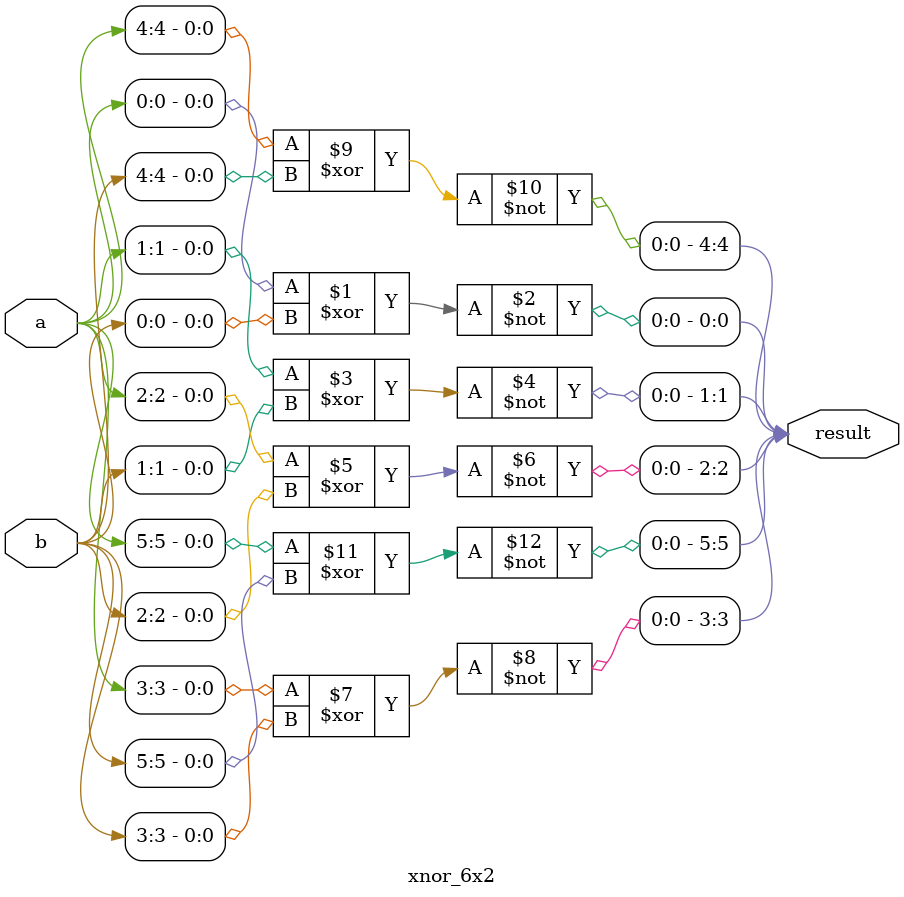
<source format=v>
module control_unit (opcode, alusrc, aluop, regwrite2, regwrite1, regdst, branch, bnesig, memwrite, memtoreg, memread, jsig, jalsig, nsig, luisig);
    input [5:0] opcode;
    output [1:0] alusrc, aluop;
    output regwrite2, regwrite1;
    output regdst, branch, bnesig;
    output memwrite, memtoreg, memread;
    output jsig, jalsig, nsig, luisig;

    wire lui_op, r_op, jal_op, j_op, lw_op, sw_op, bne_op, beq_op, ori_op;

    equal_6 is_lui(lui_op, opcode, 6'b001111);
    equal_6 is_r(r_op, opcode, 6'b000000);
    equal_6 is_jal(jal_op, opcode, 6'b000011);
    equal_6 is_j(j_op, opcode, 6'b000010);
    equal_6 is_lw(lw_op, opcode, 6'b100011);
    equal_6 is_sw(sw_op, opcode, 6'b101011);
    equal_6 is_bne(bne_op, opcode, 6'b000101);
    equal_6 is_beq(beq_op, opcode, 6'b000100);
    equal_6 is_ori(ori_op, opcode, 6'b001101);

    and luisig_comb(luisig, lui_op, lui_op);
    and nsig_comb(nsig, r_op, r_op);
    and jalsig_comb(jalsig, jal_op, jal_op);
    and jsig_comb(jsig, j_op, j_op);
    and memread_comb(memread, lw_op, lw_op);
    and memtoreg_comb(memtoreg, lw_op, lw_op);
    and memwrite_comb(memwrite, sw_op, sw_op);
    and bnesig_comb(bnesig, bne_op, bne_op);
    and branchsig_comb(branch, beq_op, beq_op);
    and regdst_comb(regdst, r_op, r_op);
    or regwrite1_comb(regwrite1, lw_op, jal_op, r_op, ori_op, lui_op);
    and regwrite2_comb(regwrite2, r_op, r_op);
    or aluop1_comb(aluop[1], r_op, ori_op);
    or aluop0_comb(aluop[0], beq_op, bne_op, ori_op);
    and alusrc1_comb(alusrc[1], ori_op, ori_op);
    or alusrc0_comb(alusrc[0], lw_op, sw_op);
endmodule

module equal_6 (result, a, b);
    input [5:0] a, b;
    output result;

    wire [5:0] r;

    xnor_6x2 xnor_result(r, a, b);

    and(result, r[0], r[1], r[2], r[3], r[4], r[5]);
endmodule

module xnor_6x2 (result, a, b);
    input [5:0] a, b;
    output [5:0] result;
    
    xnor m0(result[0], a[0], b[0]);
    xnor m1(result[1], a[1], b[1]);
    xnor m2(result[2], a[2], b[2]);
    xnor m3(result[3], a[3], b[3]);
    xnor m4(result[4], a[4], b[4]);
    xnor m5(result[5], a[5], b[5]);
endmodule
</source>
